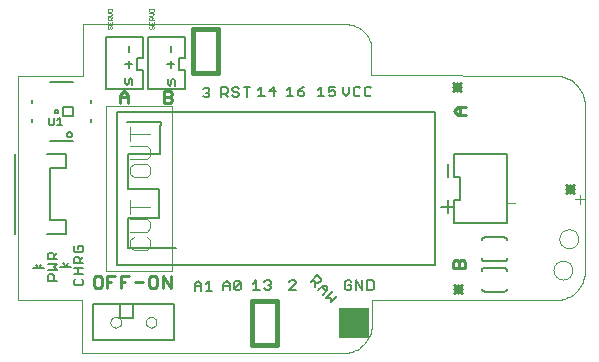
<source format=gto>
G75*
G70*
%OFA0B0*%
%FSLAX24Y24*%
%IPPOS*%
%LPD*%
%AMOC8*
5,1,8,0,0,1.08239X$1,22.5*
%
%ADD10C,0.0000*%
%ADD11C,0.0100*%
%ADD12C,0.0080*%
%ADD13C,0.0060*%
%ADD14R,0.1024X0.1012*%
%ADD15C,0.0160*%
%ADD16C,0.0039*%
%ADD17C,0.0050*%
%ADD18C,0.0010*%
%ADD19C,0.0040*%
D10*
X003148Y002009D02*
X003148Y009489D01*
X005313Y009489D01*
X005313Y011222D01*
X013990Y011206D01*
X014935Y010418D02*
X014935Y009501D01*
X021061Y009489D01*
X021123Y009487D01*
X021184Y009481D01*
X021245Y009472D01*
X021306Y009458D01*
X021365Y009441D01*
X021423Y009420D01*
X021480Y009395D01*
X021535Y009367D01*
X021588Y009336D01*
X021639Y009301D01*
X021688Y009263D01*
X021735Y009222D01*
X021778Y009179D01*
X021819Y009132D01*
X021857Y009083D01*
X021892Y009032D01*
X021923Y008979D01*
X021951Y008924D01*
X021976Y008867D01*
X021997Y008809D01*
X022014Y008750D01*
X022028Y008689D01*
X022037Y008628D01*
X022043Y008567D01*
X022045Y008505D01*
X022045Y002974D01*
X021002Y003013D02*
X021004Y003048D01*
X021010Y003083D01*
X021020Y003117D01*
X021033Y003150D01*
X021050Y003181D01*
X021071Y003209D01*
X021094Y003236D01*
X021121Y003259D01*
X021149Y003280D01*
X021180Y003297D01*
X021213Y003310D01*
X021247Y003320D01*
X021282Y003326D01*
X021317Y003328D01*
X021352Y003326D01*
X021387Y003320D01*
X021421Y003310D01*
X021454Y003297D01*
X021485Y003280D01*
X021513Y003259D01*
X021540Y003236D01*
X021563Y003209D01*
X021584Y003181D01*
X021601Y003150D01*
X021614Y003117D01*
X021624Y003083D01*
X021630Y003048D01*
X021632Y003013D01*
X021630Y002978D01*
X021624Y002943D01*
X021614Y002909D01*
X021601Y002876D01*
X021584Y002845D01*
X021563Y002817D01*
X021540Y002790D01*
X021513Y002767D01*
X021485Y002746D01*
X021454Y002729D01*
X021421Y002716D01*
X021387Y002706D01*
X021352Y002700D01*
X021317Y002698D01*
X021282Y002700D01*
X021247Y002706D01*
X021213Y002716D01*
X021180Y002729D01*
X021149Y002746D01*
X021121Y002767D01*
X021094Y002790D01*
X021071Y002817D01*
X021050Y002845D01*
X021033Y002876D01*
X021020Y002909D01*
X021010Y002943D01*
X021004Y002978D01*
X021002Y003013D01*
X021081Y002009D02*
X021142Y002011D01*
X021202Y002017D01*
X021262Y002026D01*
X021321Y002039D01*
X021379Y002056D01*
X021436Y002077D01*
X021492Y002101D01*
X021546Y002128D01*
X021598Y002159D01*
X021648Y002193D01*
X021696Y002230D01*
X021742Y002271D01*
X021784Y002313D01*
X021825Y002359D01*
X021862Y002407D01*
X021896Y002457D01*
X021927Y002509D01*
X021954Y002563D01*
X021978Y002619D01*
X021999Y002676D01*
X022016Y002734D01*
X022029Y002793D01*
X022038Y002853D01*
X022044Y002913D01*
X022046Y002974D01*
X021199Y004056D02*
X021201Y004091D01*
X021207Y004126D01*
X021217Y004160D01*
X021230Y004193D01*
X021247Y004224D01*
X021268Y004252D01*
X021291Y004279D01*
X021318Y004302D01*
X021346Y004323D01*
X021377Y004340D01*
X021410Y004353D01*
X021444Y004363D01*
X021479Y004369D01*
X021514Y004371D01*
X021549Y004369D01*
X021584Y004363D01*
X021618Y004353D01*
X021651Y004340D01*
X021682Y004323D01*
X021710Y004302D01*
X021737Y004279D01*
X021760Y004252D01*
X021781Y004224D01*
X021798Y004193D01*
X021811Y004160D01*
X021821Y004126D01*
X021827Y004091D01*
X021829Y004056D01*
X021827Y004021D01*
X021821Y003986D01*
X021811Y003952D01*
X021798Y003919D01*
X021781Y003888D01*
X021760Y003860D01*
X021737Y003833D01*
X021710Y003810D01*
X021682Y003789D01*
X021651Y003772D01*
X021618Y003759D01*
X021584Y003749D01*
X021549Y003743D01*
X021514Y003741D01*
X021479Y003743D01*
X021444Y003749D01*
X021410Y003759D01*
X021377Y003772D01*
X021346Y003789D01*
X021318Y003810D01*
X021291Y003833D01*
X021268Y003860D01*
X021247Y003888D01*
X021230Y003919D01*
X021217Y003952D01*
X021207Y003986D01*
X021201Y004021D01*
X021199Y004056D01*
X021081Y002009D02*
X014951Y002021D01*
X014951Y001210D01*
X014949Y001149D01*
X014943Y001089D01*
X014934Y001029D01*
X014921Y000970D01*
X014904Y000912D01*
X014883Y000855D01*
X014859Y000799D01*
X014832Y000745D01*
X014801Y000693D01*
X014767Y000643D01*
X014730Y000595D01*
X014689Y000549D01*
X014647Y000507D01*
X014601Y000466D01*
X014553Y000429D01*
X014503Y000395D01*
X014451Y000364D01*
X014397Y000337D01*
X014341Y000313D01*
X014284Y000292D01*
X014226Y000275D01*
X014167Y000262D01*
X014107Y000253D01*
X014047Y000247D01*
X013986Y000245D01*
X005293Y000237D01*
X005293Y002009D01*
X003148Y002009D01*
X006234Y001273D02*
X006236Y001299D01*
X006242Y001325D01*
X006252Y001350D01*
X006265Y001373D01*
X006281Y001393D01*
X006301Y001411D01*
X006323Y001426D01*
X006346Y001438D01*
X006372Y001446D01*
X006398Y001450D01*
X006424Y001450D01*
X006450Y001446D01*
X006476Y001438D01*
X006500Y001426D01*
X006521Y001411D01*
X006541Y001393D01*
X006557Y001373D01*
X006570Y001350D01*
X006580Y001325D01*
X006586Y001299D01*
X006588Y001273D01*
X006586Y001247D01*
X006580Y001221D01*
X006570Y001196D01*
X006557Y001173D01*
X006541Y001153D01*
X006521Y001135D01*
X006499Y001120D01*
X006476Y001108D01*
X006450Y001100D01*
X006424Y001096D01*
X006398Y001096D01*
X006372Y001100D01*
X006346Y001108D01*
X006322Y001120D01*
X006301Y001135D01*
X006281Y001153D01*
X006265Y001173D01*
X006252Y001196D01*
X006242Y001221D01*
X006236Y001247D01*
X006234Y001273D01*
X007415Y001273D02*
X007417Y001299D01*
X007423Y001325D01*
X007433Y001350D01*
X007446Y001373D01*
X007462Y001393D01*
X007482Y001411D01*
X007504Y001426D01*
X007527Y001438D01*
X007553Y001446D01*
X007579Y001450D01*
X007605Y001450D01*
X007631Y001446D01*
X007657Y001438D01*
X007681Y001426D01*
X007702Y001411D01*
X007722Y001393D01*
X007738Y001373D01*
X007751Y001350D01*
X007761Y001325D01*
X007767Y001299D01*
X007769Y001273D01*
X007767Y001247D01*
X007761Y001221D01*
X007751Y001196D01*
X007738Y001173D01*
X007722Y001153D01*
X007702Y001135D01*
X007680Y001120D01*
X007657Y001108D01*
X007631Y001100D01*
X007605Y001096D01*
X007579Y001096D01*
X007553Y001100D01*
X007527Y001108D01*
X007503Y001120D01*
X007482Y001135D01*
X007462Y001153D01*
X007446Y001173D01*
X007433Y001196D01*
X007423Y001221D01*
X007417Y001247D01*
X007415Y001273D01*
X007447Y003682D02*
X007007Y003682D01*
X006896Y003792D01*
X006896Y004012D01*
X007007Y004123D01*
X006896Y004290D02*
X007447Y004290D01*
X007557Y004400D01*
X007557Y004620D01*
X007447Y004730D01*
X006896Y004730D01*
X006896Y004898D02*
X006896Y005338D01*
X006896Y005118D02*
X007557Y005118D01*
X007447Y006113D02*
X007007Y006113D01*
X006896Y006223D01*
X006896Y006443D01*
X007007Y006553D01*
X007447Y006553D01*
X007557Y006443D01*
X007557Y006223D01*
X007447Y006113D01*
X007447Y006721D02*
X006896Y006721D01*
X007447Y006721D02*
X007557Y006831D01*
X007557Y007051D01*
X007447Y007161D01*
X006896Y007161D01*
X006896Y007328D02*
X006896Y007769D01*
X006896Y007549D02*
X007557Y007549D01*
X007447Y004123D02*
X007557Y004012D01*
X007557Y003792D01*
X007447Y003682D01*
X013990Y011206D02*
X014047Y011210D01*
X014104Y011209D01*
X014161Y011205D01*
X014217Y011197D01*
X014273Y011186D01*
X014328Y011171D01*
X014382Y011152D01*
X014434Y011130D01*
X014485Y011104D01*
X014534Y011075D01*
X014581Y011043D01*
X014626Y011008D01*
X014668Y010970D01*
X014708Y010930D01*
X014746Y010887D01*
X014780Y010841D01*
X014811Y010794D01*
X014839Y010744D01*
X014864Y010693D01*
X014886Y010640D01*
X014903Y010586D01*
X014918Y010531D01*
X014928Y010475D01*
X014935Y010419D01*
D11*
X017641Y009259D02*
X017908Y008992D01*
X017775Y008992D02*
X017775Y009259D01*
X017908Y009259D02*
X017641Y008992D01*
X017641Y009125D02*
X017908Y009125D01*
X017870Y008436D02*
X017870Y008169D01*
X017803Y008169D02*
X017670Y008303D01*
X017803Y008436D01*
X018070Y008436D01*
X018070Y008169D02*
X017803Y008169D01*
X021421Y005834D02*
X021688Y005567D01*
X021688Y005700D02*
X021421Y005700D01*
X021421Y005567D02*
X021688Y005834D01*
X021554Y005834D02*
X021554Y005567D01*
X018055Y003271D02*
X017988Y003338D01*
X017921Y003338D01*
X017854Y003271D01*
X017854Y003071D01*
X017654Y003071D02*
X017654Y003271D01*
X017721Y003338D01*
X017788Y003338D01*
X017854Y003271D01*
X018055Y003271D02*
X018055Y003071D01*
X017654Y003071D01*
X017694Y002503D02*
X017961Y002236D01*
X017961Y002369D02*
X017694Y002369D01*
X017694Y002236D02*
X017961Y002503D01*
X017827Y002503D02*
X017827Y002236D01*
X008240Y002425D02*
X008240Y002825D01*
X007973Y002825D02*
X008240Y002425D01*
X007973Y002425D02*
X007973Y002825D01*
X007780Y002759D02*
X007713Y002825D01*
X007580Y002825D01*
X007513Y002759D01*
X007513Y002492D01*
X007580Y002425D01*
X007713Y002425D01*
X007780Y002492D01*
X007780Y002759D01*
X007319Y002625D02*
X007053Y002625D01*
X006726Y002625D02*
X006592Y002625D01*
X006592Y002425D02*
X006592Y002825D01*
X006859Y002825D01*
X006399Y002825D02*
X006132Y002825D01*
X006132Y002425D01*
X006132Y002625D02*
X006265Y002625D01*
X005938Y002492D02*
X005938Y002759D01*
X005872Y002825D01*
X005738Y002825D01*
X005671Y002759D01*
X005671Y002492D01*
X005738Y002425D01*
X005872Y002425D01*
X005938Y002492D01*
X006559Y008571D02*
X006559Y008838D01*
X006692Y008971D01*
X006826Y008838D01*
X006826Y008571D01*
X006826Y008771D02*
X006559Y008771D01*
X008020Y008791D02*
X008221Y008791D01*
X008287Y008724D01*
X008287Y008657D01*
X008221Y008590D01*
X008020Y008590D01*
X008020Y008991D01*
X008221Y008991D01*
X008287Y008924D01*
X008287Y008857D01*
X008221Y008791D01*
D12*
X008707Y009056D02*
X008707Y009686D01*
X008510Y009686D01*
X008510Y010080D01*
X008707Y010080D01*
X008707Y010788D01*
X007486Y010788D01*
X007486Y009056D01*
X008707Y009056D01*
X009317Y009038D02*
X009371Y009092D01*
X009478Y009092D01*
X009531Y009038D01*
X009531Y008985D01*
X009478Y008931D01*
X009531Y008878D01*
X009531Y008825D01*
X009478Y008771D01*
X009371Y008771D01*
X009317Y008825D01*
X009424Y008931D02*
X009478Y008931D01*
X009933Y008898D02*
X010093Y008898D01*
X010147Y008951D01*
X010147Y009058D01*
X010093Y009112D01*
X009933Y009112D01*
X009933Y008791D01*
X010040Y008898D02*
X010147Y008791D01*
X010301Y008845D02*
X010355Y008791D01*
X010462Y008791D01*
X010515Y008845D01*
X010515Y008898D01*
X010462Y008951D01*
X010355Y008951D01*
X010301Y009005D01*
X010301Y009058D01*
X010355Y009112D01*
X010462Y009112D01*
X010515Y009058D01*
X010670Y009112D02*
X010883Y009112D01*
X010777Y009112D02*
X010777Y008791D01*
X011159Y008808D02*
X011373Y008808D01*
X011266Y008808D02*
X011266Y009129D01*
X011159Y009022D01*
X011528Y008969D02*
X011741Y008969D01*
X011688Y009129D02*
X011688Y008808D01*
X011528Y008969D02*
X011688Y009129D01*
X012120Y009024D02*
X012226Y009131D01*
X012226Y008810D01*
X012120Y008810D02*
X012333Y008810D01*
X012488Y008864D02*
X012541Y008810D01*
X012648Y008810D01*
X012702Y008864D01*
X012702Y008917D01*
X012648Y008970D01*
X012488Y008970D01*
X012488Y008864D01*
X012488Y008970D02*
X012595Y009077D01*
X012702Y009131D01*
X013140Y009016D02*
X013247Y009122D01*
X013247Y008802D01*
X013353Y008802D02*
X013140Y008802D01*
X013508Y008856D02*
X013562Y008802D01*
X013668Y008802D01*
X013722Y008856D01*
X013722Y008962D01*
X013668Y009016D01*
X013615Y009016D01*
X013508Y008962D01*
X013508Y009122D01*
X013722Y009122D01*
X013979Y009125D02*
X013979Y008911D01*
X014085Y008804D01*
X014192Y008911D01*
X014192Y009125D01*
X014347Y009071D02*
X014347Y008858D01*
X014400Y008804D01*
X014507Y008804D01*
X014560Y008858D01*
X014715Y008858D02*
X014769Y008804D01*
X014875Y008804D01*
X014929Y008858D01*
X014929Y009071D02*
X014875Y009125D01*
X014769Y009125D01*
X014715Y009071D01*
X014715Y008858D01*
X014560Y009071D02*
X014507Y009125D01*
X014400Y009125D01*
X014347Y009071D01*
X017675Y006891D02*
X017675Y006123D01*
X017872Y006123D01*
X017872Y005336D01*
X017675Y005336D01*
X017675Y004568D01*
X019447Y004568D01*
X019447Y006891D01*
X017675Y006891D01*
X018708Y004102D02*
X019358Y004102D01*
X019375Y004100D01*
X019392Y004096D01*
X019408Y004089D01*
X019422Y004079D01*
X019435Y004066D01*
X019445Y004052D01*
X019452Y004036D01*
X019456Y004019D01*
X019458Y004002D01*
X018708Y004102D02*
X018691Y004100D01*
X018674Y004096D01*
X018658Y004089D01*
X018644Y004079D01*
X018631Y004066D01*
X018621Y004052D01*
X018614Y004036D01*
X018610Y004019D01*
X018608Y004002D01*
X018608Y003402D02*
X018610Y003385D01*
X018614Y003368D01*
X018621Y003352D01*
X018631Y003338D01*
X018644Y003325D01*
X018658Y003315D01*
X018674Y003308D01*
X018691Y003304D01*
X018708Y003302D01*
X019358Y003302D01*
X019375Y003304D01*
X019392Y003308D01*
X019408Y003315D01*
X019422Y003325D01*
X019435Y003338D01*
X019445Y003352D01*
X019452Y003368D01*
X019456Y003385D01*
X019458Y003402D01*
X019358Y003098D02*
X018708Y003098D01*
X018691Y003096D01*
X018674Y003092D01*
X018658Y003085D01*
X018644Y003075D01*
X018631Y003062D01*
X018621Y003048D01*
X018614Y003032D01*
X018610Y003015D01*
X018608Y002998D01*
X019358Y003098D02*
X019375Y003096D01*
X019392Y003092D01*
X019408Y003085D01*
X019422Y003075D01*
X019435Y003062D01*
X019445Y003048D01*
X019452Y003032D01*
X019456Y003015D01*
X019458Y002998D01*
X019458Y002398D02*
X019456Y002381D01*
X019452Y002364D01*
X019445Y002348D01*
X019435Y002334D01*
X019422Y002321D01*
X019408Y002311D01*
X019392Y002304D01*
X019375Y002300D01*
X019358Y002298D01*
X018708Y002298D01*
X018691Y002300D01*
X018674Y002304D01*
X018658Y002311D01*
X018644Y002321D01*
X018631Y002334D01*
X018621Y002348D01*
X018614Y002364D01*
X018610Y002381D01*
X018608Y002398D01*
X015004Y002399D02*
X015004Y002613D01*
X014951Y002666D01*
X014791Y002666D01*
X014791Y002346D01*
X014951Y002346D01*
X015004Y002399D01*
X014636Y002346D02*
X014636Y002666D01*
X014422Y002666D02*
X014636Y002346D01*
X014422Y002346D02*
X014422Y002666D01*
X014267Y002613D02*
X014214Y002666D01*
X014107Y002666D01*
X014054Y002613D01*
X014054Y002399D01*
X014107Y002346D01*
X014214Y002346D01*
X014267Y002399D01*
X014267Y002506D01*
X014161Y002506D01*
X013802Y002161D02*
X013576Y001934D01*
X013576Y002085D01*
X013425Y002085D01*
X013651Y002312D01*
X013466Y002346D02*
X013315Y002195D01*
X013429Y002308D02*
X013278Y002459D01*
X013315Y002497D02*
X013466Y002497D01*
X013466Y002346D01*
X013315Y002497D02*
X013164Y002346D01*
X013055Y002455D02*
X013055Y002606D01*
X013093Y002568D02*
X012979Y002682D01*
X012904Y002606D02*
X013130Y002833D01*
X013244Y002719D01*
X013244Y002644D01*
X013168Y002568D01*
X013093Y002568D01*
X012411Y002571D02*
X012197Y002358D01*
X012411Y002358D01*
X012411Y002571D02*
X012411Y002624D01*
X012357Y002678D01*
X012251Y002678D01*
X012197Y002624D01*
X011576Y002614D02*
X011576Y002561D01*
X011523Y002508D01*
X011576Y002454D01*
X011576Y002401D01*
X011523Y002348D01*
X011416Y002348D01*
X011363Y002401D01*
X011470Y002508D02*
X011523Y002508D01*
X011576Y002614D02*
X011523Y002668D01*
X011416Y002668D01*
X011363Y002614D01*
X011101Y002668D02*
X011101Y002348D01*
X010995Y002348D02*
X011208Y002348D01*
X010995Y002561D02*
X011101Y002668D01*
X010580Y002605D02*
X010580Y002391D01*
X010527Y002338D01*
X010420Y002338D01*
X010366Y002391D01*
X010580Y002605D01*
X010527Y002658D01*
X010420Y002658D01*
X010366Y002605D01*
X010366Y002391D01*
X010212Y002338D02*
X010212Y002551D01*
X010105Y002658D01*
X009998Y002551D01*
X009998Y002338D01*
X009998Y002498D02*
X010212Y002498D01*
X009633Y002320D02*
X009420Y002320D01*
X009526Y002320D02*
X009526Y002640D01*
X009420Y002534D01*
X009265Y002534D02*
X009265Y002320D01*
X009265Y002480D02*
X009051Y002480D01*
X009051Y002534D02*
X009051Y002320D01*
X009051Y002534D02*
X009158Y002640D01*
X009265Y002534D01*
X005326Y002554D02*
X005272Y002500D01*
X005059Y002500D01*
X005006Y002554D01*
X005006Y002661D01*
X005059Y002714D01*
X005006Y002869D02*
X005326Y002869D01*
X005166Y002869D02*
X005166Y003082D01*
X005006Y003082D02*
X005326Y003082D01*
X004931Y003111D02*
X004750Y003111D01*
X004658Y003233D01*
X004569Y003111D02*
X004750Y003111D01*
X004760Y003117D02*
X004836Y003233D01*
X005006Y003237D02*
X005006Y003397D01*
X005059Y003451D01*
X005166Y003451D01*
X005219Y003397D01*
X005219Y003237D01*
X005326Y003237D02*
X005006Y003237D01*
X005219Y003344D02*
X005326Y003451D01*
X005272Y003605D02*
X005059Y003605D01*
X005006Y003659D01*
X005006Y003766D01*
X005059Y003819D01*
X005166Y003819D02*
X005166Y003712D01*
X005166Y003819D02*
X005272Y003819D01*
X005326Y003766D01*
X005326Y003659D01*
X005272Y003605D01*
X004454Y003594D02*
X004349Y003489D01*
X004349Y003541D02*
X004349Y003384D01*
X004454Y003384D02*
X004140Y003384D01*
X004140Y003541D01*
X004192Y003594D01*
X004297Y003594D01*
X004349Y003541D01*
X004454Y003231D02*
X004140Y003231D01*
X004014Y003066D02*
X003833Y003066D01*
X003741Y003188D01*
X003652Y003066D02*
X003833Y003066D01*
X003843Y003072D02*
X003919Y003188D01*
X004140Y003022D02*
X004454Y003022D01*
X004349Y003126D01*
X004454Y003231D01*
X004297Y002869D02*
X004349Y002816D01*
X004349Y002659D01*
X004454Y002659D02*
X004140Y002659D01*
X004140Y002816D01*
X004192Y002869D01*
X004297Y002869D01*
X005272Y002714D02*
X005326Y002661D01*
X005326Y002554D01*
X004762Y004214D02*
X004132Y004214D01*
X004762Y004214D02*
X004762Y004686D01*
X004211Y004686D01*
X004211Y006418D01*
X004762Y006418D01*
X004762Y006891D01*
X004132Y006891D01*
X004207Y007328D02*
X004994Y007328D01*
X004788Y007525D02*
X004790Y007543D01*
X004796Y007561D01*
X004805Y007577D01*
X004817Y007590D01*
X004832Y007601D01*
X004849Y007609D01*
X004867Y007613D01*
X004885Y007613D01*
X004903Y007609D01*
X004920Y007601D01*
X004935Y007590D01*
X004947Y007577D01*
X004956Y007561D01*
X004962Y007543D01*
X004964Y007525D01*
X004962Y007507D01*
X004956Y007489D01*
X004947Y007473D01*
X004935Y007460D01*
X004920Y007449D01*
X004903Y007441D01*
X004885Y007437D01*
X004867Y007437D01*
X004849Y007441D01*
X004832Y007449D01*
X004817Y007460D01*
X004805Y007473D01*
X004796Y007489D01*
X004790Y007507D01*
X004788Y007525D01*
X005585Y007958D02*
X005585Y008036D01*
X005000Y008162D02*
X005000Y008462D01*
X004650Y008462D01*
X004650Y008162D01*
X005000Y008162D01*
X004500Y008262D02*
X004400Y008262D01*
X004400Y008362D01*
X004500Y008362D01*
X004500Y008262D01*
X003616Y008036D02*
X003616Y007958D01*
X003616Y008588D02*
X003616Y008666D01*
X004207Y009296D02*
X004994Y009296D01*
X006088Y009056D02*
X006088Y010788D01*
X007309Y010788D01*
X007309Y010080D01*
X007112Y010080D01*
X007112Y009686D01*
X007309Y009686D01*
X007309Y009056D01*
X006088Y009056D01*
X005585Y008666D02*
X005585Y008588D01*
X003069Y006891D02*
X003069Y004214D01*
D13*
X006786Y009185D02*
X006729Y009241D01*
X006729Y009411D01*
X006843Y009355D02*
X006843Y009241D01*
X006786Y009185D01*
X006956Y009185D02*
X006956Y009355D01*
X006899Y009411D01*
X006843Y009355D01*
X006845Y009755D02*
X006845Y009982D01*
X006732Y009869D02*
X006958Y009869D01*
X006845Y010267D02*
X006845Y010494D01*
X008262Y010494D02*
X008262Y010267D01*
X008243Y009982D02*
X008243Y009755D01*
X008356Y009869D02*
X008129Y009869D01*
X008147Y009392D02*
X008147Y009222D01*
X008203Y009165D01*
X008260Y009222D01*
X008260Y009335D01*
X008317Y009392D01*
X008373Y009335D01*
X008373Y009165D01*
X017257Y005132D02*
X017684Y005132D01*
X017471Y005345D02*
X017471Y004918D01*
X017497Y006127D02*
X017497Y006554D01*
D14*
X014360Y001251D03*
D15*
X011770Y001960D02*
X011770Y000503D01*
X011770Y000513D02*
X010963Y000513D01*
X010963Y000503D02*
X010963Y001960D01*
X010963Y001970D02*
X011770Y001970D01*
X009821Y009588D02*
X008994Y009588D01*
X008994Y011044D01*
X009014Y011035D02*
X009821Y011035D01*
X009821Y011044D02*
X009821Y009588D01*
D16*
X008285Y008485D02*
X008285Y002974D01*
X006100Y002974D01*
X006100Y008485D01*
X008285Y008485D01*
D17*
X007906Y007961D02*
X007894Y007961D01*
X007894Y007954D01*
X006777Y007954D01*
X006447Y008296D02*
X006447Y003178D01*
X017037Y003178D01*
X017037Y008296D01*
X006447Y008296D01*
X007906Y007961D02*
X007906Y007843D01*
X007902Y007850D02*
X007920Y007850D01*
X007902Y007850D02*
X007902Y006879D01*
X006810Y006879D01*
X006810Y005711D01*
X007842Y005711D01*
X007842Y005706D01*
X007848Y005707D02*
X007806Y005707D01*
X007848Y005707D02*
X007848Y004733D01*
X006831Y004733D01*
X006831Y003738D01*
X008429Y003738D01*
X008342Y001873D02*
X006992Y001873D01*
X006992Y001423D01*
X006542Y001423D01*
X006542Y001873D01*
X006992Y001873D01*
X006542Y001873D02*
X005642Y001873D01*
X005642Y000673D01*
X008342Y000673D01*
X008342Y001873D01*
X004623Y007843D02*
X004457Y007843D01*
X004540Y007843D02*
X004540Y008093D01*
X004457Y008009D01*
X004347Y008093D02*
X004347Y007884D01*
X004306Y007843D01*
X004222Y007843D01*
X004180Y007884D01*
X004180Y008093D01*
D18*
X006163Y011041D02*
X006188Y011041D01*
X006213Y011067D01*
X006213Y011117D01*
X006238Y011142D01*
X006263Y011142D01*
X006288Y011117D01*
X006288Y011067D01*
X006263Y011041D01*
X006163Y011041D02*
X006138Y011067D01*
X006138Y011117D01*
X006163Y011142D01*
X006138Y011189D02*
X006288Y011189D01*
X006288Y011289D01*
X006288Y011336D02*
X006138Y011336D01*
X006138Y011411D01*
X006163Y011436D01*
X006213Y011436D01*
X006238Y011411D01*
X006238Y011336D01*
X006238Y011386D02*
X006288Y011436D01*
X006238Y011483D02*
X006288Y011534D01*
X006238Y011584D01*
X006138Y011584D01*
X006163Y011631D02*
X006263Y011631D01*
X006288Y011656D01*
X006288Y011706D01*
X006263Y011731D01*
X006163Y011731D01*
X006138Y011706D01*
X006138Y011656D01*
X006163Y011631D01*
X006138Y011483D02*
X006238Y011483D01*
X006138Y011289D02*
X006138Y011189D01*
X006213Y011189D02*
X006213Y011239D01*
X007536Y011289D02*
X007536Y011189D01*
X007686Y011189D01*
X007686Y011289D01*
X007686Y011336D02*
X007536Y011336D01*
X007536Y011411D01*
X007561Y011436D01*
X007611Y011436D01*
X007636Y011411D01*
X007636Y011336D01*
X007636Y011386D02*
X007686Y011436D01*
X007636Y011483D02*
X007686Y011534D01*
X007636Y011584D01*
X007536Y011584D01*
X007561Y011631D02*
X007661Y011631D01*
X007686Y011656D01*
X007686Y011706D01*
X007661Y011731D01*
X007561Y011731D01*
X007536Y011706D01*
X007536Y011656D01*
X007561Y011631D01*
X007536Y011483D02*
X007636Y011483D01*
X007611Y011239D02*
X007611Y011189D01*
X007636Y011142D02*
X007611Y011117D01*
X007611Y011067D01*
X007586Y011041D01*
X007561Y011041D01*
X007536Y011067D01*
X007536Y011117D01*
X007561Y011142D01*
X007636Y011142D02*
X007661Y011142D01*
X007686Y011117D01*
X007686Y011067D01*
X007661Y011041D01*
D19*
X019410Y005247D02*
X019717Y005247D01*
X021735Y005375D02*
X022042Y005375D01*
X021888Y005529D02*
X021888Y005222D01*
M02*

</source>
